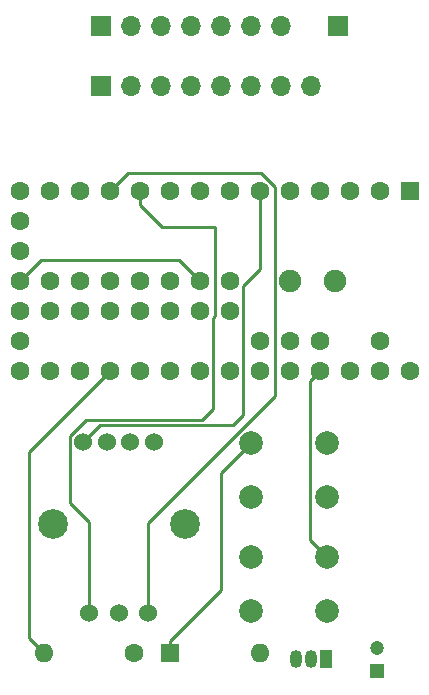
<source format=gbr>
G04 #@! TF.GenerationSoftware,KiCad,Pcbnew,5.0.2-bee76a0~70~ubuntu18.04.1*
G04 #@! TF.CreationDate,2019-01-08T11:52:29+01:00*
G04 #@! TF.ProjectId,lightmeter,6c696768-746d-4657-9465-722e6b696361,rev?*
G04 #@! TF.SameCoordinates,Original*
G04 #@! TF.FileFunction,Copper,L2,Bot*
G04 #@! TF.FilePolarity,Positive*
%FSLAX46Y46*%
G04 Gerber Fmt 4.6, Leading zero omitted, Abs format (unit mm)*
G04 Created by KiCad (PCBNEW 5.0.2-bee76a0~70~ubuntu18.04.1) date mar. 08 janv. 2019 11:52:29 CET*
%MOMM*%
%LPD*%
G01*
G04 APERTURE LIST*
G04 #@! TA.AperFunction,ComponentPad*
%ADD10R,1.200000X1.200000*%
G04 #@! TD*
G04 #@! TA.AperFunction,ComponentPad*
%ADD11C,1.200000*%
G04 #@! TD*
G04 #@! TA.AperFunction,ComponentPad*
%ADD12R,1.600000X1.600000*%
G04 #@! TD*
G04 #@! TA.AperFunction,ComponentPad*
%ADD13O,1.600000X1.600000*%
G04 #@! TD*
G04 #@! TA.AperFunction,ComponentPad*
%ADD14R,1.700000X1.700000*%
G04 #@! TD*
G04 #@! TA.AperFunction,ComponentPad*
%ADD15O,1.700000X1.700000*%
G04 #@! TD*
G04 #@! TA.AperFunction,ComponentPad*
%ADD16O,1.050000X1.500000*%
G04 #@! TD*
G04 #@! TA.AperFunction,ComponentPad*
%ADD17R,1.050000X1.500000*%
G04 #@! TD*
G04 #@! TA.AperFunction,ComponentPad*
%ADD18C,1.600000*%
G04 #@! TD*
G04 #@! TA.AperFunction,ComponentPad*
%ADD19C,2.000000*%
G04 #@! TD*
G04 #@! TA.AperFunction,ComponentPad*
%ADD20C,1.900000*%
G04 #@! TD*
G04 #@! TA.AperFunction,ComponentPad*
%ADD21C,1.524000*%
G04 #@! TD*
G04 #@! TA.AperFunction,ComponentPad*
%ADD22C,2.524000*%
G04 #@! TD*
G04 #@! TA.AperFunction,Conductor*
%ADD23C,0.250000*%
G04 #@! TD*
G04 APERTURE END LIST*
D10*
G04 #@! TO.P,C1,1*
G04 #@! TO.N,Net-(C1-Pad1)*
X63500000Y-70104000D03*
D11*
G04 #@! TO.P,C1,2*
G04 #@! TO.N,GND*
X63500000Y-68104000D03*
G04 #@! TD*
D12*
G04 #@! TO.P,D3,1*
G04 #@! TO.N,Net-(D3-Pad1)*
X45974000Y-68580000D03*
D13*
G04 #@! TO.P,D3,2*
G04 #@! TO.N,Net-(C1-Pad1)*
X53594000Y-68580000D03*
G04 #@! TD*
D14*
G04 #@! TO.P,J2,1*
G04 #@! TO.N,Vpu*
X40132000Y-15494000D03*
D15*
G04 #@! TO.P,J2,2*
G04 #@! TO.N,GND*
X42672000Y-15494000D03*
G04 #@! TO.P,J2,3*
G04 #@! TO.N,N/C*
X45212000Y-15494000D03*
G04 #@! TO.P,J2,4*
X47752000Y-15494000D03*
G04 #@! TO.P,J2,5*
X50292000Y-15494000D03*
G04 #@! TO.P,J2,6*
G04 #@! TO.N,SDA*
X52832000Y-15494000D03*
G04 #@! TO.P,J2,7*
G04 #@! TO.N,SCL*
X55372000Y-15494000D03*
G04 #@! TD*
D14*
G04 #@! TO.P,J3,1*
G04 #@! TO.N,GND*
X40132000Y-20574000D03*
D15*
G04 #@! TO.P,J3,2*
G04 #@! TO.N,Vpu*
X42672000Y-20574000D03*
G04 #@! TO.P,J3,3*
G04 #@! TO.N,SDA*
X45212000Y-20574000D03*
G04 #@! TO.P,J3,4*
G04 #@! TO.N,SCL*
X47752000Y-20574000D03*
G04 #@! TO.P,J3,5*
G04 #@! TO.N,N/C*
X50292000Y-20574000D03*
G04 #@! TO.P,J3,6*
X52832000Y-20574000D03*
G04 #@! TO.P,J3,7*
G04 #@! TO.N,/VOUT+*
X55372000Y-20574000D03*
G04 #@! TO.P,J3,8*
G04 #@! TO.N,N/C*
X57912000Y-20574000D03*
G04 #@! TD*
D14*
G04 #@! TO.P,J4,1*
G04 #@! TO.N,Net-(C1-Pad1)*
X60198000Y-15494000D03*
G04 #@! TD*
D16*
G04 #@! TO.P,Q1,2*
G04 #@! TO.N,Net-(Q1-Pad2)*
X57912000Y-69088000D03*
G04 #@! TO.P,Q1,3*
G04 #@! TO.N,Net-(C1-Pad1)*
X56642000Y-69088000D03*
D17*
G04 #@! TO.P,Q1,1*
G04 #@! TO.N,GND*
X59182000Y-69088000D03*
G04 #@! TD*
D18*
G04 #@! TO.P,R1,1*
G04 #@! TO.N,Net-(Q1-Pad2)*
X42926000Y-68580000D03*
D13*
G04 #@! TO.P,R1,2*
G04 #@! TO.N,PWROFF*
X35306000Y-68580000D03*
G04 #@! TD*
D19*
G04 #@! TO.P,SW2,2*
G04 #@! TO.N,GND*
X52832000Y-64952000D03*
G04 #@! TO.P,SW2,1*
G04 #@! TO.N,Net-(SW2-Pad1)*
X52832000Y-60452000D03*
G04 #@! TO.P,SW2,2*
G04 #@! TO.N,GND*
X59332000Y-64952000D03*
G04 #@! TO.P,SW2,1*
G04 #@! TO.N,Net-(SW2-Pad1)*
X59332000Y-60452000D03*
G04 #@! TD*
G04 #@! TO.P,SW3,1*
G04 #@! TO.N,Net-(D3-Pad1)*
X59332000Y-50800000D03*
G04 #@! TO.P,SW3,2*
G04 #@! TO.N,GND*
X59332000Y-55300000D03*
G04 #@! TO.P,SW3,1*
G04 #@! TO.N,Net-(D3-Pad1)*
X52832000Y-50800000D03*
G04 #@! TO.P,SW3,2*
G04 #@! TO.N,GND*
X52832000Y-55300000D03*
G04 #@! TD*
D18*
G04 #@! TO.P,U1,17*
G04 #@! TO.N,GND*
X33274000Y-37084000D03*
G04 #@! TO.P,U1,18*
G04 #@! TO.N,N/C*
X33274000Y-39624000D03*
G04 #@! TO.P,U1,19*
X33274000Y-42164000D03*
G04 #@! TO.P,U1,20*
X33274000Y-44704000D03*
G04 #@! TO.P,U1,16*
G04 #@! TO.N,Vpu*
X33274000Y-34544000D03*
G04 #@! TO.P,U1,15*
G04 #@! TO.N,N/C*
X33274000Y-32004000D03*
G04 #@! TO.P,U1,14*
X33274000Y-29464000D03*
G04 #@! TO.P,U1,21*
X35814000Y-44704000D03*
G04 #@! TO.P,U1,22*
X38354000Y-44704000D03*
G04 #@! TO.P,U1,23*
G04 #@! TO.N,PWROFF*
X40894000Y-44704000D03*
G04 #@! TO.P,U1,24*
G04 #@! TO.N,N/C*
X43434000Y-44704000D03*
G04 #@! TO.P,U1,25*
G04 #@! TO.N,SDA*
X45974000Y-44704000D03*
G04 #@! TO.P,U1,26*
G04 #@! TO.N,SCL*
X48514000Y-44704000D03*
G04 #@! TO.P,U1,27*
G04 #@! TO.N,N/C*
X51054000Y-44704000D03*
G04 #@! TO.P,U1,28*
X53594000Y-44704000D03*
G04 #@! TO.P,U1,29*
G04 #@! TO.N,Net-(D3-Pad1)*
X56134000Y-44704000D03*
G04 #@! TO.P,U1,30*
G04 #@! TO.N,Net-(SW2-Pad1)*
X58674000Y-44704000D03*
G04 #@! TO.P,U1,31*
G04 #@! TO.N,N/C*
X61214000Y-44704000D03*
G04 #@! TO.P,U1,32*
X63754000Y-44704000D03*
G04 #@! TO.P,U1,33*
X66294000Y-44704000D03*
G04 #@! TO.P,U1,34*
G04 #@! TO.N,/VOUT+*
X63754000Y-42164000D03*
G04 #@! TO.P,U1,35*
G04 #@! TO.N,N/C*
X58674000Y-42164000D03*
G04 #@! TO.P,U1,36*
X56134000Y-42164000D03*
G04 #@! TO.P,U1,37*
X53594000Y-42164000D03*
G04 #@! TO.P,U1,13*
G04 #@! TO.N,LED_G*
X35814000Y-29464000D03*
G04 #@! TO.P,U1,12*
G04 #@! TO.N,LED_R*
X38354000Y-29464000D03*
G04 #@! TO.P,U1,11*
G04 #@! TO.N,Net-(U1-Pad11)*
X40894000Y-29464000D03*
G04 #@! TO.P,U1,10*
G04 #@! TO.N,Net-(U1-Pad10)*
X43434000Y-29464000D03*
G04 #@! TO.P,U1,9*
G04 #@! TO.N,N/C*
X45974000Y-29464000D03*
G04 #@! TO.P,U1,8*
X48514000Y-29464000D03*
G04 #@! TO.P,U1,7*
X51054000Y-29464000D03*
G04 #@! TO.P,U1,6*
G04 #@! TO.N,SW_ROT*
X53594000Y-29464000D03*
G04 #@! TO.P,U1,5*
G04 #@! TO.N,N/C*
X56134000Y-29464000D03*
G04 #@! TO.P,U1,4*
X58674000Y-29464000D03*
G04 #@! TO.P,U1,3*
X61214000Y-29464000D03*
G04 #@! TO.P,U1,2*
X63754000Y-29464000D03*
D12*
G04 #@! TO.P,U1,1*
G04 #@! TO.N,GND*
X66294000Y-29464000D03*
D18*
G04 #@! TO.P,U1,38*
G04 #@! TO.N,N/C*
X51054000Y-37084000D03*
G04 #@! TO.P,U1,39*
G04 #@! TO.N,GND*
X48514000Y-37084000D03*
G04 #@! TO.P,U1,40*
G04 #@! TO.N,N/C*
X45974000Y-37084000D03*
G04 #@! TO.P,U1,41*
X43434000Y-37084000D03*
G04 #@! TO.P,U1,42*
X40894000Y-37084000D03*
G04 #@! TO.P,U1,43*
X38354000Y-37084000D03*
G04 #@! TO.P,U1,44*
X35814000Y-37084000D03*
G04 #@! TO.P,U1,45*
X35814000Y-39624000D03*
G04 #@! TO.P,U1,46*
X38354000Y-39624000D03*
G04 #@! TO.P,U1,47*
X40894000Y-39624000D03*
G04 #@! TO.P,U1,48*
X43434000Y-39624000D03*
G04 #@! TO.P,U1,49*
X45974000Y-39624000D03*
G04 #@! TO.P,U1,50*
X48514000Y-39624000D03*
G04 #@! TO.P,U1,51*
X51054000Y-39624000D03*
D20*
G04 #@! TO.P,U1,52*
G04 #@! TO.N,Net-(U1-Pad52)*
X56134000Y-37084000D03*
X59944000Y-37084000D03*
G04 #@! TD*
D21*
G04 #@! TO.P,U2,1*
G04 #@! TO.N,GND*
X44656000Y-50658000D03*
G04 #@! TO.P,U2,2*
G04 #@! TO.N,LED_R*
X42656000Y-50658000D03*
G04 #@! TO.P,U2,3*
G04 #@! TO.N,LED_G*
X40656000Y-50658000D03*
G04 #@! TO.P,U2,4*
G04 #@! TO.N,SW_ROT*
X38656000Y-50658000D03*
G04 #@! TO.P,U2,5*
G04 #@! TO.N,Net-(U1-Pad10)*
X39156000Y-65158000D03*
G04 #@! TO.P,U2,6*
G04 #@! TO.N,GND*
X41656000Y-65158000D03*
G04 #@! TO.P,U2,7*
G04 #@! TO.N,Net-(U1-Pad11)*
X44156000Y-65158000D03*
D22*
G04 #@! TO.P,U2,*
G04 #@! TO.N,*
X47256000Y-57658000D03*
X36056000Y-57658000D03*
G04 #@! TD*
D23*
G04 #@! TO.N,GND*
X33274000Y-37084000D02*
X35052000Y-35306000D01*
X46736000Y-35306000D02*
X48514000Y-37084000D01*
X35052000Y-35306000D02*
X46736000Y-35306000D01*
G04 #@! TO.N,Net-(D3-Pad1)*
X45974000Y-67530000D02*
X50292000Y-63212000D01*
X45974000Y-68580000D02*
X45974000Y-67530000D01*
X50292000Y-53340000D02*
X52832000Y-50800000D01*
X50292000Y-63212000D02*
X50292000Y-53340000D01*
G04 #@! TO.N,PWROFF*
X40894000Y-44704000D02*
X34036000Y-51562000D01*
X34036000Y-67310000D02*
X35306000Y-68580000D01*
X34036000Y-51562000D02*
X34036000Y-67310000D01*
G04 #@! TO.N,Net-(SW2-Pad1)*
X58332001Y-59452001D02*
X59332000Y-60452000D01*
X57874001Y-58994001D02*
X58332001Y-59452001D01*
X57874001Y-45503999D02*
X57874001Y-58994001D01*
X58674000Y-44704000D02*
X57874001Y-45503999D01*
G04 #@! TO.N,Net-(U1-Pad11)*
X40894000Y-29464000D02*
X42418000Y-27940000D01*
X44156000Y-64080370D02*
X44156000Y-65158000D01*
X44156000Y-57514998D02*
X44156000Y-64080370D01*
X54858999Y-46811999D02*
X44156000Y-57514998D01*
X54858999Y-29063997D02*
X54858999Y-46811999D01*
X53735002Y-27940000D02*
X54858999Y-29063997D01*
X42418000Y-27940000D02*
X53735002Y-27940000D01*
G04 #@! TO.N,Net-(U1-Pad10)*
X43434000Y-30595370D02*
X45350630Y-32512000D01*
X43434000Y-29464000D02*
X43434000Y-30595370D01*
X45350630Y-32512000D02*
X49784000Y-32512000D01*
X37568999Y-50136239D02*
X37568999Y-55856999D01*
X38879248Y-48825990D02*
X37568999Y-50136239D01*
X48674012Y-48825990D02*
X38879248Y-48825990D01*
X39156000Y-57444000D02*
X39156000Y-65158000D01*
X37568999Y-55856999D02*
X39156000Y-57444000D01*
X49639001Y-47861001D02*
X48674012Y-48825990D01*
X49639001Y-40164001D02*
X49639001Y-47861001D01*
X49784000Y-40019002D02*
X49639001Y-40164001D01*
X49784000Y-32512000D02*
X49784000Y-40019002D01*
G04 #@! TO.N,SW_ROT*
X38656000Y-50658000D02*
X40038000Y-49276000D01*
X40038000Y-49276000D02*
X51308000Y-49276000D01*
X53594000Y-36068000D02*
X53594000Y-29464000D01*
X52179001Y-37482999D02*
X53594000Y-36068000D01*
X52179001Y-48404999D02*
X52179001Y-37482999D01*
X51308000Y-49276000D02*
X52179001Y-48404999D01*
G04 #@! TD*
M02*

</source>
